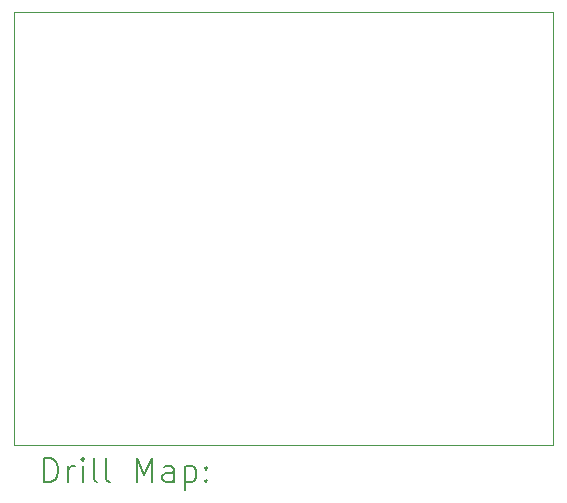
<source format=gbr>
%TF.GenerationSoftware,KiCad,Pcbnew,9.0.0-1.fc40*%
%TF.CreationDate,2025-03-13T13:35:05-07:00*%
%TF.ProjectId,HearingAidBattery-Holder,48656172-696e-4674-9169-644261747465,1.0*%
%TF.SameCoordinates,Original*%
%TF.FileFunction,Drillmap*%
%TF.FilePolarity,Positive*%
%FSLAX45Y45*%
G04 Gerber Fmt 4.5, Leading zero omitted, Abs format (unit mm)*
G04 Created by KiCad (PCBNEW 9.0.0-1.fc40) date 2025-03-13 13:35:05*
%MOMM*%
%LPD*%
G01*
G04 APERTURE LIST*
%ADD10C,0.050000*%
%ADD11C,0.200000*%
G04 APERTURE END LIST*
D10*
X9505600Y-6800000D02*
X14071600Y-6800000D01*
X14071600Y-10464000D01*
X9505600Y-10464000D01*
X9505600Y-6800000D01*
D11*
X9763877Y-10777984D02*
X9763877Y-10577984D01*
X9763877Y-10577984D02*
X9811496Y-10577984D01*
X9811496Y-10577984D02*
X9840067Y-10587508D01*
X9840067Y-10587508D02*
X9859115Y-10606555D01*
X9859115Y-10606555D02*
X9868639Y-10625603D01*
X9868639Y-10625603D02*
X9878163Y-10663698D01*
X9878163Y-10663698D02*
X9878163Y-10692270D01*
X9878163Y-10692270D02*
X9868639Y-10730365D01*
X9868639Y-10730365D02*
X9859115Y-10749412D01*
X9859115Y-10749412D02*
X9840067Y-10768460D01*
X9840067Y-10768460D02*
X9811496Y-10777984D01*
X9811496Y-10777984D02*
X9763877Y-10777984D01*
X9963877Y-10777984D02*
X9963877Y-10644650D01*
X9963877Y-10682746D02*
X9973401Y-10663698D01*
X9973401Y-10663698D02*
X9982924Y-10654174D01*
X9982924Y-10654174D02*
X10001972Y-10644650D01*
X10001972Y-10644650D02*
X10021020Y-10644650D01*
X10087686Y-10777984D02*
X10087686Y-10644650D01*
X10087686Y-10577984D02*
X10078163Y-10587508D01*
X10078163Y-10587508D02*
X10087686Y-10597031D01*
X10087686Y-10597031D02*
X10097210Y-10587508D01*
X10097210Y-10587508D02*
X10087686Y-10577984D01*
X10087686Y-10577984D02*
X10087686Y-10597031D01*
X10211496Y-10777984D02*
X10192448Y-10768460D01*
X10192448Y-10768460D02*
X10182924Y-10749412D01*
X10182924Y-10749412D02*
X10182924Y-10577984D01*
X10316258Y-10777984D02*
X10297210Y-10768460D01*
X10297210Y-10768460D02*
X10287686Y-10749412D01*
X10287686Y-10749412D02*
X10287686Y-10577984D01*
X10544829Y-10777984D02*
X10544829Y-10577984D01*
X10544829Y-10577984D02*
X10611496Y-10720841D01*
X10611496Y-10720841D02*
X10678163Y-10577984D01*
X10678163Y-10577984D02*
X10678163Y-10777984D01*
X10859115Y-10777984D02*
X10859115Y-10673222D01*
X10859115Y-10673222D02*
X10849591Y-10654174D01*
X10849591Y-10654174D02*
X10830544Y-10644650D01*
X10830544Y-10644650D02*
X10792448Y-10644650D01*
X10792448Y-10644650D02*
X10773401Y-10654174D01*
X10859115Y-10768460D02*
X10840067Y-10777984D01*
X10840067Y-10777984D02*
X10792448Y-10777984D01*
X10792448Y-10777984D02*
X10773401Y-10768460D01*
X10773401Y-10768460D02*
X10763877Y-10749412D01*
X10763877Y-10749412D02*
X10763877Y-10730365D01*
X10763877Y-10730365D02*
X10773401Y-10711317D01*
X10773401Y-10711317D02*
X10792448Y-10701793D01*
X10792448Y-10701793D02*
X10840067Y-10701793D01*
X10840067Y-10701793D02*
X10859115Y-10692270D01*
X10954353Y-10644650D02*
X10954353Y-10844650D01*
X10954353Y-10654174D02*
X10973401Y-10644650D01*
X10973401Y-10644650D02*
X11011496Y-10644650D01*
X11011496Y-10644650D02*
X11030544Y-10654174D01*
X11030544Y-10654174D02*
X11040067Y-10663698D01*
X11040067Y-10663698D02*
X11049591Y-10682746D01*
X11049591Y-10682746D02*
X11049591Y-10739889D01*
X11049591Y-10739889D02*
X11040067Y-10758936D01*
X11040067Y-10758936D02*
X11030544Y-10768460D01*
X11030544Y-10768460D02*
X11011496Y-10777984D01*
X11011496Y-10777984D02*
X10973401Y-10777984D01*
X10973401Y-10777984D02*
X10954353Y-10768460D01*
X11135305Y-10758936D02*
X11144829Y-10768460D01*
X11144829Y-10768460D02*
X11135305Y-10777984D01*
X11135305Y-10777984D02*
X11125782Y-10768460D01*
X11125782Y-10768460D02*
X11135305Y-10758936D01*
X11135305Y-10758936D02*
X11135305Y-10777984D01*
X11135305Y-10654174D02*
X11144829Y-10663698D01*
X11144829Y-10663698D02*
X11135305Y-10673222D01*
X11135305Y-10673222D02*
X11125782Y-10663698D01*
X11125782Y-10663698D02*
X11135305Y-10654174D01*
X11135305Y-10654174D02*
X11135305Y-10673222D01*
M02*

</source>
